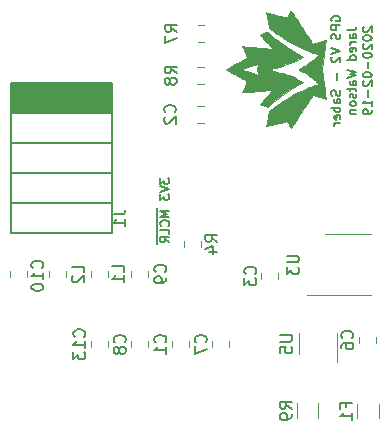
<source format=gbr>
G04 #@! TF.GenerationSoftware,KiCad,Pcbnew,(5.1.4)-1*
G04 #@! TF.CreationDate,2020-02-21T22:56:02-05:00*
G04 #@! TF.ProjectId,gps_2,6770735f-322e-46b6-9963-61645f706362,rev?*
G04 #@! TF.SameCoordinates,Original*
G04 #@! TF.FileFunction,Legend,Bot*
G04 #@! TF.FilePolarity,Positive*
%FSLAX46Y46*%
G04 Gerber Fmt 4.6, Leading zero omitted, Abs format (unit mm)*
G04 Created by KiCad (PCBNEW (5.1.4)-1) date 2020-02-21 22:56:02*
%MOMM*%
%LPD*%
G04 APERTURE LIST*
%ADD10C,0.190500*%
%ADD11C,0.127000*%
%ADD12C,0.010000*%
%ADD13C,0.150000*%
%ADD14C,0.120000*%
G04 APERTURE END LIST*
D10*
X94348300Y-35737800D02*
X94312014Y-35665228D01*
X94312014Y-35556371D01*
X94348300Y-35447514D01*
X94420871Y-35374942D01*
X94493442Y-35338657D01*
X94638585Y-35302371D01*
X94747442Y-35302371D01*
X94892585Y-35338657D01*
X94965157Y-35374942D01*
X95037728Y-35447514D01*
X95074014Y-35556371D01*
X95074014Y-35628942D01*
X95037728Y-35737800D01*
X95001442Y-35774085D01*
X94747442Y-35774085D01*
X94747442Y-35628942D01*
X95074014Y-36100657D02*
X94312014Y-36100657D01*
X94312014Y-36390942D01*
X94348300Y-36463514D01*
X94384585Y-36499800D01*
X94457157Y-36536085D01*
X94566014Y-36536085D01*
X94638585Y-36499800D01*
X94674871Y-36463514D01*
X94711157Y-36390942D01*
X94711157Y-36100657D01*
X95037728Y-36826371D02*
X95074014Y-36935228D01*
X95074014Y-37116657D01*
X95037728Y-37189228D01*
X95001442Y-37225514D01*
X94928871Y-37261800D01*
X94856300Y-37261800D01*
X94783728Y-37225514D01*
X94747442Y-37189228D01*
X94711157Y-37116657D01*
X94674871Y-36971514D01*
X94638585Y-36898942D01*
X94602300Y-36862657D01*
X94529728Y-36826371D01*
X94457157Y-36826371D01*
X94384585Y-36862657D01*
X94348300Y-36898942D01*
X94312014Y-36971514D01*
X94312014Y-37152942D01*
X94348300Y-37261800D01*
X94312014Y-38060085D02*
X95074014Y-38314085D01*
X94312014Y-38568085D01*
X94384585Y-38785800D02*
X94348300Y-38822085D01*
X94312014Y-38894657D01*
X94312014Y-39076085D01*
X94348300Y-39148657D01*
X94384585Y-39184942D01*
X94457157Y-39221228D01*
X94529728Y-39221228D01*
X94638585Y-39184942D01*
X95074014Y-38749514D01*
X95074014Y-39221228D01*
X94783728Y-40128371D02*
X94783728Y-40708942D01*
X95037728Y-41616085D02*
X95074014Y-41724942D01*
X95074014Y-41906371D01*
X95037728Y-41978942D01*
X95001442Y-42015228D01*
X94928871Y-42051514D01*
X94856300Y-42051514D01*
X94783728Y-42015228D01*
X94747442Y-41978942D01*
X94711157Y-41906371D01*
X94674871Y-41761228D01*
X94638585Y-41688657D01*
X94602300Y-41652371D01*
X94529728Y-41616085D01*
X94457157Y-41616085D01*
X94384585Y-41652371D01*
X94348300Y-41688657D01*
X94312014Y-41761228D01*
X94312014Y-41942657D01*
X94348300Y-42051514D01*
X95074014Y-42704657D02*
X94674871Y-42704657D01*
X94602300Y-42668371D01*
X94566014Y-42595800D01*
X94566014Y-42450657D01*
X94602300Y-42378085D01*
X95037728Y-42704657D02*
X95074014Y-42632085D01*
X95074014Y-42450657D01*
X95037728Y-42378085D01*
X94965157Y-42341800D01*
X94892585Y-42341800D01*
X94820014Y-42378085D01*
X94783728Y-42450657D01*
X94783728Y-42632085D01*
X94747442Y-42704657D01*
X95074014Y-43067514D02*
X94312014Y-43067514D01*
X94602300Y-43067514D02*
X94566014Y-43140085D01*
X94566014Y-43285228D01*
X94602300Y-43357800D01*
X94638585Y-43394085D01*
X94711157Y-43430371D01*
X94928871Y-43430371D01*
X95001442Y-43394085D01*
X95037728Y-43357800D01*
X95074014Y-43285228D01*
X95074014Y-43140085D01*
X95037728Y-43067514D01*
X95037728Y-44047228D02*
X95074014Y-43974657D01*
X95074014Y-43829514D01*
X95037728Y-43756942D01*
X94965157Y-43720657D01*
X94674871Y-43720657D01*
X94602300Y-43756942D01*
X94566014Y-43829514D01*
X94566014Y-43974657D01*
X94602300Y-44047228D01*
X94674871Y-44083514D01*
X94747442Y-44083514D01*
X94820014Y-43720657D01*
X95074014Y-44410085D02*
X94566014Y-44410085D01*
X94711157Y-44410085D02*
X94638585Y-44446371D01*
X94602300Y-44482657D01*
X94566014Y-44555228D01*
X94566014Y-44627800D01*
X95645514Y-36499800D02*
X96189800Y-36499800D01*
X96298657Y-36463514D01*
X96371228Y-36390942D01*
X96407514Y-36282085D01*
X96407514Y-36209514D01*
X96407514Y-37189228D02*
X96008371Y-37189228D01*
X95935800Y-37152942D01*
X95899514Y-37080371D01*
X95899514Y-36935228D01*
X95935800Y-36862657D01*
X96371228Y-37189228D02*
X96407514Y-37116657D01*
X96407514Y-36935228D01*
X96371228Y-36862657D01*
X96298657Y-36826371D01*
X96226085Y-36826371D01*
X96153514Y-36862657D01*
X96117228Y-36935228D01*
X96117228Y-37116657D01*
X96080942Y-37189228D01*
X96407514Y-37552085D02*
X95899514Y-37552085D01*
X96044657Y-37552085D02*
X95972085Y-37588371D01*
X95935800Y-37624657D01*
X95899514Y-37697228D01*
X95899514Y-37769799D01*
X96371228Y-38314085D02*
X96407514Y-38241514D01*
X96407514Y-38096371D01*
X96371228Y-38023799D01*
X96298657Y-37987514D01*
X96008371Y-37987514D01*
X95935800Y-38023799D01*
X95899514Y-38096371D01*
X95899514Y-38241514D01*
X95935800Y-38314085D01*
X96008371Y-38350371D01*
X96080942Y-38350371D01*
X96153514Y-37987514D01*
X96407514Y-39003514D02*
X95645514Y-39003514D01*
X96371228Y-39003514D02*
X96407514Y-38930942D01*
X96407514Y-38785799D01*
X96371228Y-38713228D01*
X96334942Y-38676942D01*
X96262371Y-38640657D01*
X96044657Y-38640657D01*
X95972085Y-38676942D01*
X95935800Y-38713228D01*
X95899514Y-38785799D01*
X95899514Y-38930942D01*
X95935800Y-39003514D01*
X95645514Y-39874371D02*
X96407514Y-40055799D01*
X95863228Y-40200942D01*
X96407514Y-40346085D01*
X95645514Y-40527514D01*
X96407514Y-41144371D02*
X96008371Y-41144371D01*
X95935800Y-41108085D01*
X95899514Y-41035514D01*
X95899514Y-40890371D01*
X95935800Y-40817799D01*
X96371228Y-41144371D02*
X96407514Y-41071799D01*
X96407514Y-40890371D01*
X96371228Y-40817799D01*
X96298657Y-40781514D01*
X96226085Y-40781514D01*
X96153514Y-40817799D01*
X96117228Y-40890371D01*
X96117228Y-41071799D01*
X96080942Y-41144371D01*
X95899514Y-41398371D02*
X95899514Y-41688657D01*
X95645514Y-41507228D02*
X96298657Y-41507228D01*
X96371228Y-41543514D01*
X96407514Y-41616085D01*
X96407514Y-41688657D01*
X96371228Y-41906371D02*
X96407514Y-41978942D01*
X96407514Y-42124085D01*
X96371228Y-42196657D01*
X96298657Y-42232942D01*
X96262371Y-42232942D01*
X96189800Y-42196657D01*
X96153514Y-42124085D01*
X96153514Y-42015228D01*
X96117228Y-41942657D01*
X96044657Y-41906371D01*
X96008371Y-41906371D01*
X95935800Y-41942657D01*
X95899514Y-42015228D01*
X95899514Y-42124085D01*
X95935800Y-42196657D01*
X96407514Y-42668371D02*
X96371228Y-42595799D01*
X96334942Y-42559514D01*
X96262371Y-42523228D01*
X96044657Y-42523228D01*
X95972085Y-42559514D01*
X95935800Y-42595799D01*
X95899514Y-42668371D01*
X95899514Y-42777228D01*
X95935800Y-42849799D01*
X95972085Y-42886085D01*
X96044657Y-42922371D01*
X96262371Y-42922371D01*
X96334942Y-42886085D01*
X96371228Y-42849799D01*
X96407514Y-42777228D01*
X96407514Y-42668371D01*
X95899514Y-43248942D02*
X96407514Y-43248942D01*
X95972085Y-43248942D02*
X95935800Y-43285228D01*
X95899514Y-43357799D01*
X95899514Y-43466657D01*
X95935800Y-43539228D01*
X96008371Y-43575514D01*
X96407514Y-43575514D01*
X97051585Y-36227657D02*
X97015300Y-36263942D01*
X96979014Y-36336514D01*
X96979014Y-36517942D01*
X97015300Y-36590514D01*
X97051585Y-36626800D01*
X97124157Y-36663085D01*
X97196728Y-36663085D01*
X97305585Y-36626800D01*
X97741014Y-36191371D01*
X97741014Y-36663085D01*
X96979014Y-37134800D02*
X96979014Y-37207371D01*
X97015300Y-37279942D01*
X97051585Y-37316228D01*
X97124157Y-37352514D01*
X97269300Y-37388800D01*
X97450728Y-37388800D01*
X97595871Y-37352514D01*
X97668442Y-37316228D01*
X97704728Y-37279942D01*
X97741014Y-37207371D01*
X97741014Y-37134800D01*
X97704728Y-37062228D01*
X97668442Y-37025942D01*
X97595871Y-36989657D01*
X97450728Y-36953371D01*
X97269300Y-36953371D01*
X97124157Y-36989657D01*
X97051585Y-37025942D01*
X97015300Y-37062228D01*
X96979014Y-37134800D01*
X97051585Y-37679085D02*
X97015300Y-37715371D01*
X96979014Y-37787942D01*
X96979014Y-37969371D01*
X97015300Y-38041942D01*
X97051585Y-38078228D01*
X97124157Y-38114514D01*
X97196728Y-38114514D01*
X97305585Y-38078228D01*
X97741014Y-37642800D01*
X97741014Y-38114514D01*
X96979014Y-38586228D02*
X96979014Y-38658800D01*
X97015300Y-38731371D01*
X97051585Y-38767657D01*
X97124157Y-38803942D01*
X97269300Y-38840228D01*
X97450728Y-38840228D01*
X97595871Y-38803942D01*
X97668442Y-38767657D01*
X97704728Y-38731371D01*
X97741014Y-38658800D01*
X97741014Y-38586228D01*
X97704728Y-38513657D01*
X97668442Y-38477371D01*
X97595871Y-38441085D01*
X97450728Y-38404800D01*
X97269300Y-38404800D01*
X97124157Y-38441085D01*
X97051585Y-38477371D01*
X97015300Y-38513657D01*
X96979014Y-38586228D01*
X97450728Y-39166800D02*
X97450728Y-39747371D01*
X96979014Y-40255371D02*
X96979014Y-40327942D01*
X97015300Y-40400514D01*
X97051585Y-40436800D01*
X97124157Y-40473085D01*
X97269300Y-40509371D01*
X97450728Y-40509371D01*
X97595871Y-40473085D01*
X97668442Y-40436800D01*
X97704728Y-40400514D01*
X97741014Y-40327942D01*
X97741014Y-40255371D01*
X97704728Y-40182800D01*
X97668442Y-40146514D01*
X97595871Y-40110228D01*
X97450728Y-40073942D01*
X97269300Y-40073942D01*
X97124157Y-40110228D01*
X97051585Y-40146514D01*
X97015300Y-40182800D01*
X96979014Y-40255371D01*
X97051585Y-40799657D02*
X97015300Y-40835942D01*
X96979014Y-40908514D01*
X96979014Y-41089942D01*
X97015300Y-41162514D01*
X97051585Y-41198800D01*
X97124157Y-41235085D01*
X97196728Y-41235085D01*
X97305585Y-41198800D01*
X97741014Y-40763371D01*
X97741014Y-41235085D01*
X97450728Y-41561657D02*
X97450728Y-42142228D01*
X97741014Y-42904228D02*
X97741014Y-42468800D01*
X97741014Y-42686514D02*
X96979014Y-42686514D01*
X97087871Y-42613942D01*
X97160442Y-42541371D01*
X97196728Y-42468800D01*
X97741014Y-43267085D02*
X97741014Y-43412228D01*
X97704728Y-43484800D01*
X97668442Y-43521085D01*
X97559585Y-43593657D01*
X97414442Y-43629942D01*
X97124157Y-43629942D01*
X97051585Y-43593657D01*
X97015300Y-43557371D01*
X96979014Y-43484800D01*
X96979014Y-43339657D01*
X97015300Y-43267085D01*
X97051585Y-43230800D01*
X97124157Y-43194514D01*
X97305585Y-43194514D01*
X97378157Y-43230800D01*
X97414442Y-43267085D01*
X97450728Y-43339657D01*
X97450728Y-43484800D01*
X97414442Y-43557371D01*
X97378157Y-43593657D01*
X97305585Y-43629942D01*
D11*
X79821314Y-49025628D02*
X79821314Y-49497342D01*
X80111600Y-49243342D01*
X80111600Y-49352200D01*
X80147885Y-49424771D01*
X80184171Y-49461057D01*
X80256742Y-49497342D01*
X80438171Y-49497342D01*
X80510742Y-49461057D01*
X80547028Y-49424771D01*
X80583314Y-49352200D01*
X80583314Y-49134485D01*
X80547028Y-49061914D01*
X80510742Y-49025628D01*
X79821314Y-49715057D02*
X80583314Y-49969057D01*
X79821314Y-50223057D01*
X79821314Y-50404485D02*
X79821314Y-50876200D01*
X80111600Y-50622200D01*
X80111600Y-50731057D01*
X80147885Y-50803628D01*
X80184171Y-50839914D01*
X80256742Y-50876200D01*
X80438171Y-50876200D01*
X80510742Y-50839914D01*
X80547028Y-50803628D01*
X80583314Y-50731057D01*
X80583314Y-50513342D01*
X80547028Y-50440771D01*
X80510742Y-50404485D01*
X79524860Y-51601914D02*
X79524860Y-52472771D01*
X80583314Y-51783342D02*
X79821314Y-51783342D01*
X80365600Y-52037342D01*
X79821314Y-52291342D01*
X80583314Y-52291342D01*
X79524860Y-52472771D02*
X79524860Y-53234771D01*
X80510742Y-53089628D02*
X80547028Y-53053342D01*
X80583314Y-52944485D01*
X80583314Y-52871914D01*
X80547028Y-52763057D01*
X80474457Y-52690485D01*
X80401885Y-52654200D01*
X80256742Y-52617914D01*
X80147885Y-52617914D01*
X80002742Y-52654200D01*
X79930171Y-52690485D01*
X79857600Y-52763057D01*
X79821314Y-52871914D01*
X79821314Y-52944485D01*
X79857600Y-53053342D01*
X79893885Y-53089628D01*
X79524860Y-53234771D02*
X79524860Y-53851628D01*
X80583314Y-53779057D02*
X80583314Y-53416200D01*
X79821314Y-53416200D01*
X79524860Y-53851628D02*
X79524860Y-54613628D01*
X80583314Y-54468485D02*
X80220457Y-54214485D01*
X80583314Y-54033057D02*
X79821314Y-54033057D01*
X79821314Y-54323342D01*
X79857600Y-54395914D01*
X79893885Y-54432200D01*
X79966457Y-54468485D01*
X80075314Y-54468485D01*
X80147885Y-54432200D01*
X80184171Y-54395914D01*
X80220457Y-54323342D01*
X80220457Y-54033057D01*
D12*
G36*
X85407010Y-39843028D02*
G01*
X85441338Y-39864231D01*
X85496188Y-39896666D01*
X85569630Y-39939234D01*
X85659737Y-39990834D01*
X85764580Y-40050366D01*
X85882229Y-40116730D01*
X86010756Y-40188826D01*
X86148233Y-40265552D01*
X86267987Y-40332094D01*
X86411933Y-40411938D01*
X86548989Y-40487995D01*
X86677176Y-40559165D01*
X86794511Y-40624347D01*
X86899016Y-40682438D01*
X86988709Y-40732338D01*
X87061610Y-40772945D01*
X87115739Y-40803159D01*
X87149116Y-40821878D01*
X87159594Y-40827867D01*
X87162401Y-40836314D01*
X87159100Y-40856019D01*
X87148902Y-40889026D01*
X87131017Y-40937380D01*
X87104656Y-41003123D01*
X87069031Y-41088302D01*
X87023352Y-41194960D01*
X86973970Y-41308765D01*
X86927719Y-41415658D01*
X86885596Y-41514465D01*
X86848780Y-41602309D01*
X86818450Y-41676313D01*
X86795785Y-41733598D01*
X86781963Y-41771286D01*
X86778164Y-41786501D01*
X86778234Y-41786599D01*
X86793046Y-41786560D01*
X86833616Y-41783990D01*
X86897998Y-41779059D01*
X86984244Y-41771942D01*
X87090409Y-41762810D01*
X87214546Y-41751835D01*
X87354709Y-41739190D01*
X87508951Y-41725048D01*
X87675327Y-41709580D01*
X87851890Y-41692960D01*
X88036693Y-41675359D01*
X88067426Y-41672412D01*
X88253315Y-41654641D01*
X88431227Y-41637764D01*
X88599220Y-41621958D01*
X88755354Y-41607398D01*
X88897688Y-41594263D01*
X89024282Y-41582728D01*
X89133195Y-41572969D01*
X89222485Y-41565165D01*
X89290213Y-41559491D01*
X89334438Y-41556123D01*
X89353219Y-41555240D01*
X89353738Y-41555345D01*
X89345821Y-41566503D01*
X89320973Y-41596575D01*
X89280805Y-41643713D01*
X89226926Y-41706067D01*
X89160945Y-41781791D01*
X89084472Y-41869035D01*
X88999118Y-41965951D01*
X88906491Y-42070690D01*
X88824279Y-42163322D01*
X88726587Y-42273416D01*
X88634646Y-42377399D01*
X88550090Y-42473400D01*
X88474552Y-42559548D01*
X88409665Y-42633969D01*
X88357061Y-42694794D01*
X88318374Y-42740149D01*
X88295235Y-42768164D01*
X88289009Y-42776906D01*
X88292125Y-42781155D01*
X88303016Y-42787684D01*
X88323995Y-42797398D01*
X88357377Y-42811202D01*
X88405476Y-42830001D01*
X88470604Y-42854701D01*
X88555077Y-42886206D01*
X88661207Y-42925422D01*
X88784366Y-42970706D01*
X88896984Y-43012053D01*
X89033804Y-42893452D01*
X89214811Y-42740432D01*
X89412990Y-42579933D01*
X89625120Y-42414207D01*
X89847982Y-42245506D01*
X90078356Y-42076079D01*
X90313021Y-41908179D01*
X90548758Y-41744057D01*
X90782346Y-41585964D01*
X91010566Y-41436152D01*
X91230197Y-41296872D01*
X91438019Y-41170374D01*
X91630813Y-41058911D01*
X91754073Y-40991584D01*
X91896445Y-40916001D01*
X91829715Y-40870089D01*
X91692990Y-40782567D01*
X91533644Y-40691877D01*
X91356374Y-40600199D01*
X91165874Y-40509714D01*
X90966842Y-40422604D01*
X90763974Y-40341049D01*
X90561965Y-40267231D01*
X90453228Y-40230815D01*
X90239160Y-40165149D01*
X90003994Y-40099422D01*
X89754411Y-40035289D01*
X89497096Y-39974409D01*
X89238731Y-39918437D01*
X89017594Y-39874892D01*
X88806727Y-39835458D01*
X89163731Y-39763807D01*
X89535504Y-39684626D01*
X89881780Y-39601214D01*
X90204676Y-39512820D01*
X90506312Y-39418694D01*
X90788806Y-39318085D01*
X91054277Y-39210243D01*
X91304844Y-39094418D01*
X91542627Y-38969860D01*
X91750577Y-38847737D01*
X91803408Y-38814487D01*
X91846911Y-38786063D01*
X91875911Y-38765914D01*
X91885178Y-38758092D01*
X91876478Y-38747761D01*
X91847879Y-38728531D01*
X91804518Y-38703673D01*
X91776897Y-38689125D01*
X91626168Y-38608230D01*
X91457322Y-38510982D01*
X91273190Y-38399358D01*
X91076603Y-38275332D01*
X90870394Y-38140881D01*
X90657393Y-37997981D01*
X90440432Y-37848608D01*
X90222344Y-37694738D01*
X90005958Y-37538347D01*
X89794108Y-37381411D01*
X89589625Y-37225906D01*
X89395339Y-37073808D01*
X89214084Y-36927093D01*
X89048689Y-36787737D01*
X89033804Y-36774866D01*
X88896984Y-36656265D01*
X88784366Y-36697612D01*
X88655471Y-36745008D01*
X88550436Y-36783831D01*
X88466948Y-36814983D01*
X88402695Y-36839369D01*
X88355364Y-36857893D01*
X88322643Y-36871459D01*
X88302220Y-36880971D01*
X88291782Y-36887333D01*
X88289009Y-36891264D01*
X88298001Y-36903444D01*
X88323889Y-36934527D01*
X88365041Y-36982639D01*
X88419826Y-37045910D01*
X88486611Y-37122467D01*
X88563765Y-37210439D01*
X88649655Y-37307955D01*
X88742651Y-37413142D01*
X88824124Y-37505002D01*
X88921581Y-37614927D01*
X89013124Y-37718573D01*
X89097145Y-37814092D01*
X89172035Y-37899636D01*
X89236183Y-37973356D01*
X89287980Y-38033404D01*
X89325818Y-38077932D01*
X89348087Y-38105090D01*
X89353583Y-38113128D01*
X89339218Y-38112649D01*
X89299087Y-38109659D01*
X89235132Y-38104333D01*
X89149293Y-38096850D01*
X89043509Y-38087386D01*
X88919722Y-38076117D01*
X88779872Y-38063221D01*
X88625899Y-38048875D01*
X88459743Y-38033254D01*
X88283346Y-38016537D01*
X88260717Y-38014377D01*
X88260717Y-39328439D01*
X88262202Y-39333525D01*
X88247140Y-39353976D01*
X88218727Y-39385535D01*
X88214811Y-39389619D01*
X88173826Y-39438855D01*
X88131815Y-39500036D01*
X88100057Y-39555803D01*
X88052887Y-39680024D01*
X88032748Y-39806122D01*
X88039220Y-39931346D01*
X88071885Y-40052943D01*
X88130325Y-40168161D01*
X88208306Y-40268104D01*
X88240038Y-40303723D01*
X88259448Y-40329007D01*
X88263447Y-40339783D01*
X88261173Y-40339561D01*
X88244434Y-40334193D01*
X88203502Y-40321293D01*
X88140762Y-40301607D01*
X88058596Y-40275881D01*
X87959391Y-40244859D01*
X87845528Y-40209288D01*
X87719393Y-40169913D01*
X87583369Y-40127480D01*
X87446981Y-40084959D01*
X87304400Y-40040494D01*
X87169942Y-39998515D01*
X87045922Y-39959746D01*
X86934656Y-39924913D01*
X86838456Y-39894742D01*
X86759638Y-39869960D01*
X86700516Y-39851291D01*
X86663405Y-39839462D01*
X86650624Y-39835208D01*
X86662975Y-39830739D01*
X86699620Y-39818730D01*
X86758272Y-39799903D01*
X86836644Y-39774982D01*
X86932448Y-39744689D01*
X87043399Y-39709748D01*
X87167209Y-39670882D01*
X87301591Y-39628814D01*
X87443939Y-39584366D01*
X87587417Y-39539602D01*
X87723264Y-39497181D01*
X87849101Y-39457847D01*
X87962553Y-39422346D01*
X88061242Y-39391423D01*
X88142790Y-39365822D01*
X88204821Y-39346287D01*
X88244957Y-39333565D01*
X88260717Y-39328439D01*
X88260717Y-38014377D01*
X88098647Y-37998900D01*
X88067426Y-37995906D01*
X87881462Y-37978163D01*
X87703420Y-37961375D01*
X87535245Y-37945714D01*
X87378885Y-37931352D01*
X87236286Y-37918462D01*
X87109395Y-37907216D01*
X87000158Y-37897786D01*
X86910522Y-37890344D01*
X86842433Y-37885062D01*
X86797839Y-37882113D01*
X86778684Y-37881669D01*
X86778107Y-37881846D01*
X86781456Y-37896171D01*
X86794863Y-37933075D01*
X86817148Y-37989672D01*
X86847132Y-38063075D01*
X86883635Y-38150397D01*
X86925477Y-38248750D01*
X86971478Y-38355248D01*
X86972436Y-38357449D01*
X87018740Y-38463971D01*
X87061338Y-38562211D01*
X87098997Y-38649305D01*
X87130484Y-38722392D01*
X87154566Y-38778610D01*
X87170009Y-38815097D01*
X87175582Y-38828990D01*
X87175584Y-38829018D01*
X87163721Y-38836369D01*
X87129406Y-38856119D01*
X87074544Y-38887204D01*
X87001043Y-38928554D01*
X86910812Y-38979104D01*
X86805757Y-39037786D01*
X86687786Y-39103533D01*
X86558807Y-39175279D01*
X86420726Y-39251955D01*
X86285332Y-39327022D01*
X86140412Y-39407497D01*
X86002822Y-39484263D01*
X85874471Y-39556232D01*
X85757272Y-39622316D01*
X85653133Y-39681426D01*
X85563964Y-39732475D01*
X85491676Y-39774374D01*
X85438178Y-39806035D01*
X85405382Y-39826369D01*
X85395133Y-39834159D01*
X85407010Y-39843028D01*
X85407010Y-39843028D01*
G37*
X85407010Y-39843028D02*
X85441338Y-39864231D01*
X85496188Y-39896666D01*
X85569630Y-39939234D01*
X85659737Y-39990834D01*
X85764580Y-40050366D01*
X85882229Y-40116730D01*
X86010756Y-40188826D01*
X86148233Y-40265552D01*
X86267987Y-40332094D01*
X86411933Y-40411938D01*
X86548989Y-40487995D01*
X86677176Y-40559165D01*
X86794511Y-40624347D01*
X86899016Y-40682438D01*
X86988709Y-40732338D01*
X87061610Y-40772945D01*
X87115739Y-40803159D01*
X87149116Y-40821878D01*
X87159594Y-40827867D01*
X87162401Y-40836314D01*
X87159100Y-40856019D01*
X87148902Y-40889026D01*
X87131017Y-40937380D01*
X87104656Y-41003123D01*
X87069031Y-41088302D01*
X87023352Y-41194960D01*
X86973970Y-41308765D01*
X86927719Y-41415658D01*
X86885596Y-41514465D01*
X86848780Y-41602309D01*
X86818450Y-41676313D01*
X86795785Y-41733598D01*
X86781963Y-41771286D01*
X86778164Y-41786501D01*
X86778234Y-41786599D01*
X86793046Y-41786560D01*
X86833616Y-41783990D01*
X86897998Y-41779059D01*
X86984244Y-41771942D01*
X87090409Y-41762810D01*
X87214546Y-41751835D01*
X87354709Y-41739190D01*
X87508951Y-41725048D01*
X87675327Y-41709580D01*
X87851890Y-41692960D01*
X88036693Y-41675359D01*
X88067426Y-41672412D01*
X88253315Y-41654641D01*
X88431227Y-41637764D01*
X88599220Y-41621958D01*
X88755354Y-41607398D01*
X88897688Y-41594263D01*
X89024282Y-41582728D01*
X89133195Y-41572969D01*
X89222485Y-41565165D01*
X89290213Y-41559491D01*
X89334438Y-41556123D01*
X89353219Y-41555240D01*
X89353738Y-41555345D01*
X89345821Y-41566503D01*
X89320973Y-41596575D01*
X89280805Y-41643713D01*
X89226926Y-41706067D01*
X89160945Y-41781791D01*
X89084472Y-41869035D01*
X88999118Y-41965951D01*
X88906491Y-42070690D01*
X88824279Y-42163322D01*
X88726587Y-42273416D01*
X88634646Y-42377399D01*
X88550090Y-42473400D01*
X88474552Y-42559548D01*
X88409665Y-42633969D01*
X88357061Y-42694794D01*
X88318374Y-42740149D01*
X88295235Y-42768164D01*
X88289009Y-42776906D01*
X88292125Y-42781155D01*
X88303016Y-42787684D01*
X88323995Y-42797398D01*
X88357377Y-42811202D01*
X88405476Y-42830001D01*
X88470604Y-42854701D01*
X88555077Y-42886206D01*
X88661207Y-42925422D01*
X88784366Y-42970706D01*
X88896984Y-43012053D01*
X89033804Y-42893452D01*
X89214811Y-42740432D01*
X89412990Y-42579933D01*
X89625120Y-42414207D01*
X89847982Y-42245506D01*
X90078356Y-42076079D01*
X90313021Y-41908179D01*
X90548758Y-41744057D01*
X90782346Y-41585964D01*
X91010566Y-41436152D01*
X91230197Y-41296872D01*
X91438019Y-41170374D01*
X91630813Y-41058911D01*
X91754073Y-40991584D01*
X91896445Y-40916001D01*
X91829715Y-40870089D01*
X91692990Y-40782567D01*
X91533644Y-40691877D01*
X91356374Y-40600199D01*
X91165874Y-40509714D01*
X90966842Y-40422604D01*
X90763974Y-40341049D01*
X90561965Y-40267231D01*
X90453228Y-40230815D01*
X90239160Y-40165149D01*
X90003994Y-40099422D01*
X89754411Y-40035289D01*
X89497096Y-39974409D01*
X89238731Y-39918437D01*
X89017594Y-39874892D01*
X88806727Y-39835458D01*
X89163731Y-39763807D01*
X89535504Y-39684626D01*
X89881780Y-39601214D01*
X90204676Y-39512820D01*
X90506312Y-39418694D01*
X90788806Y-39318085D01*
X91054277Y-39210243D01*
X91304844Y-39094418D01*
X91542627Y-38969860D01*
X91750577Y-38847737D01*
X91803408Y-38814487D01*
X91846911Y-38786063D01*
X91875911Y-38765914D01*
X91885178Y-38758092D01*
X91876478Y-38747761D01*
X91847879Y-38728531D01*
X91804518Y-38703673D01*
X91776897Y-38689125D01*
X91626168Y-38608230D01*
X91457322Y-38510982D01*
X91273190Y-38399358D01*
X91076603Y-38275332D01*
X90870394Y-38140881D01*
X90657393Y-37997981D01*
X90440432Y-37848608D01*
X90222344Y-37694738D01*
X90005958Y-37538347D01*
X89794108Y-37381411D01*
X89589625Y-37225906D01*
X89395339Y-37073808D01*
X89214084Y-36927093D01*
X89048689Y-36787737D01*
X89033804Y-36774866D01*
X88896984Y-36656265D01*
X88784366Y-36697612D01*
X88655471Y-36745008D01*
X88550436Y-36783831D01*
X88466948Y-36814983D01*
X88402695Y-36839369D01*
X88355364Y-36857893D01*
X88322643Y-36871459D01*
X88302220Y-36880971D01*
X88291782Y-36887333D01*
X88289009Y-36891264D01*
X88298001Y-36903444D01*
X88323889Y-36934527D01*
X88365041Y-36982639D01*
X88419826Y-37045910D01*
X88486611Y-37122467D01*
X88563765Y-37210439D01*
X88649655Y-37307955D01*
X88742651Y-37413142D01*
X88824124Y-37505002D01*
X88921581Y-37614927D01*
X89013124Y-37718573D01*
X89097145Y-37814092D01*
X89172035Y-37899636D01*
X89236183Y-37973356D01*
X89287980Y-38033404D01*
X89325818Y-38077932D01*
X89348087Y-38105090D01*
X89353583Y-38113128D01*
X89339218Y-38112649D01*
X89299087Y-38109659D01*
X89235132Y-38104333D01*
X89149293Y-38096850D01*
X89043509Y-38087386D01*
X88919722Y-38076117D01*
X88779872Y-38063221D01*
X88625899Y-38048875D01*
X88459743Y-38033254D01*
X88283346Y-38016537D01*
X88260717Y-38014377D01*
X88260717Y-39328439D01*
X88262202Y-39333525D01*
X88247140Y-39353976D01*
X88218727Y-39385535D01*
X88214811Y-39389619D01*
X88173826Y-39438855D01*
X88131815Y-39500036D01*
X88100057Y-39555803D01*
X88052887Y-39680024D01*
X88032748Y-39806122D01*
X88039220Y-39931346D01*
X88071885Y-40052943D01*
X88130325Y-40168161D01*
X88208306Y-40268104D01*
X88240038Y-40303723D01*
X88259448Y-40329007D01*
X88263447Y-40339783D01*
X88261173Y-40339561D01*
X88244434Y-40334193D01*
X88203502Y-40321293D01*
X88140762Y-40301607D01*
X88058596Y-40275881D01*
X87959391Y-40244859D01*
X87845528Y-40209288D01*
X87719393Y-40169913D01*
X87583369Y-40127480D01*
X87446981Y-40084959D01*
X87304400Y-40040494D01*
X87169942Y-39998515D01*
X87045922Y-39959746D01*
X86934656Y-39924913D01*
X86838456Y-39894742D01*
X86759638Y-39869960D01*
X86700516Y-39851291D01*
X86663405Y-39839462D01*
X86650624Y-39835208D01*
X86662975Y-39830739D01*
X86699620Y-39818730D01*
X86758272Y-39799903D01*
X86836644Y-39774982D01*
X86932448Y-39744689D01*
X87043399Y-39709748D01*
X87167209Y-39670882D01*
X87301591Y-39628814D01*
X87443939Y-39584366D01*
X87587417Y-39539602D01*
X87723264Y-39497181D01*
X87849101Y-39457847D01*
X87962553Y-39422346D01*
X88061242Y-39391423D01*
X88142790Y-39365822D01*
X88204821Y-39346287D01*
X88244957Y-39333565D01*
X88260717Y-39328439D01*
X88260717Y-38014377D01*
X88098647Y-37998900D01*
X88067426Y-37995906D01*
X87881462Y-37978163D01*
X87703420Y-37961375D01*
X87535245Y-37945714D01*
X87378885Y-37931352D01*
X87236286Y-37918462D01*
X87109395Y-37907216D01*
X87000158Y-37897786D01*
X86910522Y-37890344D01*
X86842433Y-37885062D01*
X86797839Y-37882113D01*
X86778684Y-37881669D01*
X86778107Y-37881846D01*
X86781456Y-37896171D01*
X86794863Y-37933075D01*
X86817148Y-37989672D01*
X86847132Y-38063075D01*
X86883635Y-38150397D01*
X86925477Y-38248750D01*
X86971478Y-38355248D01*
X86972436Y-38357449D01*
X87018740Y-38463971D01*
X87061338Y-38562211D01*
X87098997Y-38649305D01*
X87130484Y-38722392D01*
X87154566Y-38778610D01*
X87170009Y-38815097D01*
X87175582Y-38828990D01*
X87175584Y-38829018D01*
X87163721Y-38836369D01*
X87129406Y-38856119D01*
X87074544Y-38887204D01*
X87001043Y-38928554D01*
X86910812Y-38979104D01*
X86805757Y-39037786D01*
X86687786Y-39103533D01*
X86558807Y-39175279D01*
X86420726Y-39251955D01*
X86285332Y-39327022D01*
X86140412Y-39407497D01*
X86002822Y-39484263D01*
X85874471Y-39556232D01*
X85757272Y-39622316D01*
X85653133Y-39681426D01*
X85563964Y-39732475D01*
X85491676Y-39774374D01*
X85438178Y-39806035D01*
X85405382Y-39826369D01*
X85395133Y-39834159D01*
X85407010Y-39843028D01*
G36*
X88799139Y-35028593D02*
G01*
X88805999Y-35067266D01*
X88817260Y-35127904D01*
X88832410Y-35207838D01*
X88850942Y-35304398D01*
X88872344Y-35414917D01*
X88896109Y-35536724D01*
X88921726Y-35667151D01*
X88922167Y-35669388D01*
X88954147Y-35830554D01*
X88981563Y-35966150D01*
X89004830Y-36077992D01*
X89024359Y-36167895D01*
X89040565Y-36237678D01*
X89053860Y-36289156D01*
X89064657Y-36324147D01*
X89073369Y-36344465D01*
X89076808Y-36349404D01*
X89103653Y-36374347D01*
X89150511Y-36412652D01*
X89214332Y-36462093D01*
X89292066Y-36520447D01*
X89380663Y-36585488D01*
X89477074Y-36654992D01*
X89578248Y-36726733D01*
X89681137Y-36798488D01*
X89782690Y-36868030D01*
X89847667Y-36911746D01*
X90165868Y-37118283D01*
X90494752Y-37320637D01*
X90830058Y-37516508D01*
X91167525Y-37703597D01*
X91502894Y-37879603D01*
X91831903Y-38042226D01*
X92150292Y-38189168D01*
X92450433Y-38316763D01*
X92532460Y-38348932D01*
X92626075Y-38383899D01*
X92726436Y-38420021D01*
X92828698Y-38455660D01*
X92928017Y-38489173D01*
X93019552Y-38518920D01*
X93098458Y-38543260D01*
X93159891Y-38560552D01*
X93191944Y-38567977D01*
X93225230Y-38576493D01*
X93242889Y-38585440D01*
X93243748Y-38587353D01*
X93233668Y-38600708D01*
X93205484Y-38629344D01*
X93162281Y-38670491D01*
X93107146Y-38721376D01*
X93043162Y-38779231D01*
X92973416Y-38841284D01*
X92900993Y-38904764D01*
X92828978Y-38966902D01*
X92760456Y-39024927D01*
X92709279Y-39067298D01*
X92545480Y-39197062D01*
X92383445Y-39316559D01*
X92216824Y-39430034D01*
X92039269Y-39541735D01*
X91844429Y-39655907D01*
X91750142Y-39708823D01*
X91680713Y-39748226D01*
X91621532Y-39783531D01*
X91576210Y-39812440D01*
X91548358Y-39832655D01*
X91541375Y-39841718D01*
X91557492Y-39852252D01*
X91592895Y-39872885D01*
X91642312Y-39900610D01*
X91698872Y-39931556D01*
X91970632Y-40085377D01*
X92220819Y-40241693D01*
X92455650Y-40404620D01*
X92681339Y-40578274D01*
X92707913Y-40599874D01*
X92771621Y-40652761D01*
X92841280Y-40711968D01*
X92913811Y-40774733D01*
X92986136Y-40838290D01*
X93055177Y-40899878D01*
X93117857Y-40956732D01*
X93171096Y-41006089D01*
X93211818Y-41045184D01*
X93236943Y-41071255D01*
X93243748Y-41080965D01*
X93231561Y-41089457D01*
X93201337Y-41098419D01*
X93191944Y-41100341D01*
X93147051Y-41111171D01*
X93081000Y-41130297D01*
X92998634Y-41156079D01*
X92904797Y-41186876D01*
X92804333Y-41221047D01*
X92702086Y-41256951D01*
X92602897Y-41292946D01*
X92511612Y-41327393D01*
X92450433Y-41351555D01*
X92152602Y-41478184D01*
X91839721Y-41622517D01*
X91516083Y-41782235D01*
X91185979Y-41955023D01*
X90853701Y-42138565D01*
X90523542Y-42330544D01*
X90199792Y-42528644D01*
X89886743Y-42730549D01*
X89849701Y-42755190D01*
X89750844Y-42821955D01*
X89648588Y-42892422D01*
X89545978Y-42964369D01*
X89446059Y-43035576D01*
X89351878Y-43103824D01*
X89266478Y-43166890D01*
X89192907Y-43222556D01*
X89134208Y-43268600D01*
X89093428Y-43302803D01*
X89077358Y-43318306D01*
X89069421Y-43333012D01*
X89059332Y-43362781D01*
X89046704Y-43409313D01*
X89031153Y-43474303D01*
X89012294Y-43559448D01*
X88989741Y-43666447D01*
X88963109Y-43796995D01*
X88932013Y-43952790D01*
X88923016Y-43998322D01*
X88897327Y-44128932D01*
X88873473Y-44250967D01*
X88851963Y-44361762D01*
X88833310Y-44458647D01*
X88818024Y-44538955D01*
X88806615Y-44600018D01*
X88799595Y-44639170D01*
X88797474Y-44653741D01*
X88797486Y-44653763D01*
X88810886Y-44650941D01*
X88848491Y-44641914D01*
X88907542Y-44627383D01*
X88985277Y-44608047D01*
X89078938Y-44584607D01*
X89185763Y-44557764D01*
X89302994Y-44528217D01*
X89427868Y-44496666D01*
X89557627Y-44463813D01*
X89689510Y-44430357D01*
X89820757Y-44396998D01*
X89948607Y-44364437D01*
X90070302Y-44333374D01*
X90183080Y-44304510D01*
X90284181Y-44278544D01*
X90370845Y-44256176D01*
X90440313Y-44238108D01*
X90489823Y-44225039D01*
X90516616Y-44217669D01*
X90517681Y-44217351D01*
X90528282Y-44220730D01*
X90544395Y-44237335D01*
X90567432Y-44269317D01*
X90598807Y-44318830D01*
X90639932Y-44388026D01*
X90692221Y-44479058D01*
X90709833Y-44510130D01*
X90756880Y-44592589D01*
X90799770Y-44666368D01*
X90836531Y-44728188D01*
X90865194Y-44774772D01*
X90883788Y-44802841D01*
X90889999Y-44809775D01*
X90898822Y-44798349D01*
X90921894Y-44765018D01*
X90958275Y-44711205D01*
X91007026Y-44638333D01*
X91067207Y-44547823D01*
X91137880Y-44441099D01*
X91218104Y-44319583D01*
X91306940Y-44184697D01*
X91403449Y-44037863D01*
X91506692Y-43880505D01*
X91615728Y-43714045D01*
X91729619Y-43539904D01*
X91818230Y-43404238D01*
X91935204Y-43225218D01*
X92048082Y-43052800D01*
X92155920Y-42888410D01*
X92257775Y-42733471D01*
X92352704Y-42589405D01*
X92439764Y-42457636D01*
X92518013Y-42339587D01*
X92586507Y-42236681D01*
X92644302Y-42150343D01*
X92690457Y-42081995D01*
X92724028Y-42033060D01*
X92744072Y-42004962D01*
X92749666Y-41998418D01*
X92765570Y-42002433D01*
X92805096Y-42014010D01*
X92865345Y-42032254D01*
X92943418Y-42056273D01*
X93036418Y-42085173D01*
X93141445Y-42118060D01*
X93255600Y-42154041D01*
X93296534Y-42166997D01*
X93412883Y-42203573D01*
X93520915Y-42236981D01*
X93617768Y-42266376D01*
X93700582Y-42290916D01*
X93766497Y-42309757D01*
X93812652Y-42322056D01*
X93836187Y-42326970D01*
X93838562Y-42326779D01*
X93838274Y-42311931D01*
X93834833Y-42271422D01*
X93828462Y-42207223D01*
X93819380Y-42121304D01*
X93807809Y-42015633D01*
X93793969Y-41892182D01*
X93778082Y-41752921D01*
X93760367Y-41599818D01*
X93741047Y-41434845D01*
X93720342Y-41259971D01*
X93698473Y-41077166D01*
X93698324Y-41075929D01*
X93549008Y-39834159D01*
X93695611Y-38617836D01*
X93717454Y-38436241D01*
X93738314Y-38262117D01*
X93757948Y-38097508D01*
X93776119Y-37944455D01*
X93792587Y-37805003D01*
X93807111Y-37681194D01*
X93819451Y-37575070D01*
X93829369Y-37488676D01*
X93836623Y-37424054D01*
X93840975Y-37383247D01*
X93842214Y-37368712D01*
X93838037Y-37343514D01*
X93830663Y-37335912D01*
X93815276Y-37339988D01*
X93776268Y-37351616D01*
X93716538Y-37369896D01*
X93638988Y-37393927D01*
X93546516Y-37422811D01*
X93442024Y-37455646D01*
X93328410Y-37491534D01*
X93292461Y-37502926D01*
X93176487Y-37539585D01*
X93068608Y-37573457D01*
X92971746Y-37603641D01*
X92888827Y-37629235D01*
X92822775Y-37649339D01*
X92776516Y-37663051D01*
X92752973Y-37669470D01*
X92750779Y-37669839D01*
X92741402Y-37658397D01*
X92717790Y-37625046D01*
X92680888Y-37571207D01*
X92631639Y-37498306D01*
X92570987Y-37407765D01*
X92499879Y-37301006D01*
X92419256Y-37179453D01*
X92330065Y-37044529D01*
X92233249Y-36897657D01*
X92129752Y-36740260D01*
X92020519Y-36573762D01*
X91906495Y-36399584D01*
X91817990Y-36264141D01*
X91701035Y-36085149D01*
X91588231Y-35912762D01*
X91480515Y-35748403D01*
X91378827Y-35593495D01*
X91284107Y-35449459D01*
X91197294Y-35317717D01*
X91119327Y-35199692D01*
X91051144Y-35096806D01*
X90993687Y-35010482D01*
X90947892Y-34942141D01*
X90914701Y-34893206D01*
X90895052Y-34865099D01*
X90889759Y-34858543D01*
X90880312Y-34870151D01*
X90859274Y-34902793D01*
X90828614Y-34953189D01*
X90790299Y-35018063D01*
X90746297Y-35094136D01*
X90709833Y-35158188D01*
X90654012Y-35256015D01*
X90609767Y-35331377D01*
X90575686Y-35386426D01*
X90550355Y-35423314D01*
X90532363Y-35444194D01*
X90520295Y-35451220D01*
X90517681Y-35450967D01*
X90492647Y-35444032D01*
X90444691Y-35431347D01*
X90376574Y-35413613D01*
X90291055Y-35391530D01*
X90190897Y-35365798D01*
X90078858Y-35337118D01*
X89957700Y-35306189D01*
X89830183Y-35273712D01*
X89699068Y-35240386D01*
X89567114Y-35206913D01*
X89437082Y-35173992D01*
X89311734Y-35142324D01*
X89193828Y-35112609D01*
X89086126Y-35085546D01*
X88991388Y-35061837D01*
X88912375Y-35042181D01*
X88851847Y-35027279D01*
X88812564Y-35017830D01*
X88797287Y-35014535D01*
X88797187Y-35014554D01*
X88799139Y-35028593D01*
X88799139Y-35028593D01*
G37*
X88799139Y-35028593D02*
X88805999Y-35067266D01*
X88817260Y-35127904D01*
X88832410Y-35207838D01*
X88850942Y-35304398D01*
X88872344Y-35414917D01*
X88896109Y-35536724D01*
X88921726Y-35667151D01*
X88922167Y-35669388D01*
X88954147Y-35830554D01*
X88981563Y-35966150D01*
X89004830Y-36077992D01*
X89024359Y-36167895D01*
X89040565Y-36237678D01*
X89053860Y-36289156D01*
X89064657Y-36324147D01*
X89073369Y-36344465D01*
X89076808Y-36349404D01*
X89103653Y-36374347D01*
X89150511Y-36412652D01*
X89214332Y-36462093D01*
X89292066Y-36520447D01*
X89380663Y-36585488D01*
X89477074Y-36654992D01*
X89578248Y-36726733D01*
X89681137Y-36798488D01*
X89782690Y-36868030D01*
X89847667Y-36911746D01*
X90165868Y-37118283D01*
X90494752Y-37320637D01*
X90830058Y-37516508D01*
X91167525Y-37703597D01*
X91502894Y-37879603D01*
X91831903Y-38042226D01*
X92150292Y-38189168D01*
X92450433Y-38316763D01*
X92532460Y-38348932D01*
X92626075Y-38383899D01*
X92726436Y-38420021D01*
X92828698Y-38455660D01*
X92928017Y-38489173D01*
X93019552Y-38518920D01*
X93098458Y-38543260D01*
X93159891Y-38560552D01*
X93191944Y-38567977D01*
X93225230Y-38576493D01*
X93242889Y-38585440D01*
X93243748Y-38587353D01*
X93233668Y-38600708D01*
X93205484Y-38629344D01*
X93162281Y-38670491D01*
X93107146Y-38721376D01*
X93043162Y-38779231D01*
X92973416Y-38841284D01*
X92900993Y-38904764D01*
X92828978Y-38966902D01*
X92760456Y-39024927D01*
X92709279Y-39067298D01*
X92545480Y-39197062D01*
X92383445Y-39316559D01*
X92216824Y-39430034D01*
X92039269Y-39541735D01*
X91844429Y-39655907D01*
X91750142Y-39708823D01*
X91680713Y-39748226D01*
X91621532Y-39783531D01*
X91576210Y-39812440D01*
X91548358Y-39832655D01*
X91541375Y-39841718D01*
X91557492Y-39852252D01*
X91592895Y-39872885D01*
X91642312Y-39900610D01*
X91698872Y-39931556D01*
X91970632Y-40085377D01*
X92220819Y-40241693D01*
X92455650Y-40404620D01*
X92681339Y-40578274D01*
X92707913Y-40599874D01*
X92771621Y-40652761D01*
X92841280Y-40711968D01*
X92913811Y-40774733D01*
X92986136Y-40838290D01*
X93055177Y-40899878D01*
X93117857Y-40956732D01*
X93171096Y-41006089D01*
X93211818Y-41045184D01*
X93236943Y-41071255D01*
X93243748Y-41080965D01*
X93231561Y-41089457D01*
X93201337Y-41098419D01*
X93191944Y-41100341D01*
X93147051Y-41111171D01*
X93081000Y-41130297D01*
X92998634Y-41156079D01*
X92904797Y-41186876D01*
X92804333Y-41221047D01*
X92702086Y-41256951D01*
X92602897Y-41292946D01*
X92511612Y-41327393D01*
X92450433Y-41351555D01*
X92152602Y-41478184D01*
X91839721Y-41622517D01*
X91516083Y-41782235D01*
X91185979Y-41955023D01*
X90853701Y-42138565D01*
X90523542Y-42330544D01*
X90199792Y-42528644D01*
X89886743Y-42730549D01*
X89849701Y-42755190D01*
X89750844Y-42821955D01*
X89648588Y-42892422D01*
X89545978Y-42964369D01*
X89446059Y-43035576D01*
X89351878Y-43103824D01*
X89266478Y-43166890D01*
X89192907Y-43222556D01*
X89134208Y-43268600D01*
X89093428Y-43302803D01*
X89077358Y-43318306D01*
X89069421Y-43333012D01*
X89059332Y-43362781D01*
X89046704Y-43409313D01*
X89031153Y-43474303D01*
X89012294Y-43559448D01*
X88989741Y-43666447D01*
X88963109Y-43796995D01*
X88932013Y-43952790D01*
X88923016Y-43998322D01*
X88897327Y-44128932D01*
X88873473Y-44250967D01*
X88851963Y-44361762D01*
X88833310Y-44458647D01*
X88818024Y-44538955D01*
X88806615Y-44600018D01*
X88799595Y-44639170D01*
X88797474Y-44653741D01*
X88797486Y-44653763D01*
X88810886Y-44650941D01*
X88848491Y-44641914D01*
X88907542Y-44627383D01*
X88985277Y-44608047D01*
X89078938Y-44584607D01*
X89185763Y-44557764D01*
X89302994Y-44528217D01*
X89427868Y-44496666D01*
X89557627Y-44463813D01*
X89689510Y-44430357D01*
X89820757Y-44396998D01*
X89948607Y-44364437D01*
X90070302Y-44333374D01*
X90183080Y-44304510D01*
X90284181Y-44278544D01*
X90370845Y-44256176D01*
X90440313Y-44238108D01*
X90489823Y-44225039D01*
X90516616Y-44217669D01*
X90517681Y-44217351D01*
X90528282Y-44220730D01*
X90544395Y-44237335D01*
X90567432Y-44269317D01*
X90598807Y-44318830D01*
X90639932Y-44388026D01*
X90692221Y-44479058D01*
X90709833Y-44510130D01*
X90756880Y-44592589D01*
X90799770Y-44666368D01*
X90836531Y-44728188D01*
X90865194Y-44774772D01*
X90883788Y-44802841D01*
X90889999Y-44809775D01*
X90898822Y-44798349D01*
X90921894Y-44765018D01*
X90958275Y-44711205D01*
X91007026Y-44638333D01*
X91067207Y-44547823D01*
X91137880Y-44441099D01*
X91218104Y-44319583D01*
X91306940Y-44184697D01*
X91403449Y-44037863D01*
X91506692Y-43880505D01*
X91615728Y-43714045D01*
X91729619Y-43539904D01*
X91818230Y-43404238D01*
X91935204Y-43225218D01*
X92048082Y-43052800D01*
X92155920Y-42888410D01*
X92257775Y-42733471D01*
X92352704Y-42589405D01*
X92439764Y-42457636D01*
X92518013Y-42339587D01*
X92586507Y-42236681D01*
X92644302Y-42150343D01*
X92690457Y-42081995D01*
X92724028Y-42033060D01*
X92744072Y-42004962D01*
X92749666Y-41998418D01*
X92765570Y-42002433D01*
X92805096Y-42014010D01*
X92865345Y-42032254D01*
X92943418Y-42056273D01*
X93036418Y-42085173D01*
X93141445Y-42118060D01*
X93255600Y-42154041D01*
X93296534Y-42166997D01*
X93412883Y-42203573D01*
X93520915Y-42236981D01*
X93617768Y-42266376D01*
X93700582Y-42290916D01*
X93766497Y-42309757D01*
X93812652Y-42322056D01*
X93836187Y-42326970D01*
X93838562Y-42326779D01*
X93838274Y-42311931D01*
X93834833Y-42271422D01*
X93828462Y-42207223D01*
X93819380Y-42121304D01*
X93807809Y-42015633D01*
X93793969Y-41892182D01*
X93778082Y-41752921D01*
X93760367Y-41599818D01*
X93741047Y-41434845D01*
X93720342Y-41259971D01*
X93698473Y-41077166D01*
X93698324Y-41075929D01*
X93549008Y-39834159D01*
X93695611Y-38617836D01*
X93717454Y-38436241D01*
X93738314Y-38262117D01*
X93757948Y-38097508D01*
X93776119Y-37944455D01*
X93792587Y-37805003D01*
X93807111Y-37681194D01*
X93819451Y-37575070D01*
X93829369Y-37488676D01*
X93836623Y-37424054D01*
X93840975Y-37383247D01*
X93842214Y-37368712D01*
X93838037Y-37343514D01*
X93830663Y-37335912D01*
X93815276Y-37339988D01*
X93776268Y-37351616D01*
X93716538Y-37369896D01*
X93638988Y-37393927D01*
X93546516Y-37422811D01*
X93442024Y-37455646D01*
X93328410Y-37491534D01*
X93292461Y-37502926D01*
X93176487Y-37539585D01*
X93068608Y-37573457D01*
X92971746Y-37603641D01*
X92888827Y-37629235D01*
X92822775Y-37649339D01*
X92776516Y-37663051D01*
X92752973Y-37669470D01*
X92750779Y-37669839D01*
X92741402Y-37658397D01*
X92717790Y-37625046D01*
X92680888Y-37571207D01*
X92631639Y-37498306D01*
X92570987Y-37407765D01*
X92499879Y-37301006D01*
X92419256Y-37179453D01*
X92330065Y-37044529D01*
X92233249Y-36897657D01*
X92129752Y-36740260D01*
X92020519Y-36573762D01*
X91906495Y-36399584D01*
X91817990Y-36264141D01*
X91701035Y-36085149D01*
X91588231Y-35912762D01*
X91480515Y-35748403D01*
X91378827Y-35593495D01*
X91284107Y-35449459D01*
X91197294Y-35317717D01*
X91119327Y-35199692D01*
X91051144Y-35096806D01*
X90993687Y-35010482D01*
X90947892Y-34942141D01*
X90914701Y-34893206D01*
X90895052Y-34865099D01*
X90889759Y-34858543D01*
X90880312Y-34870151D01*
X90859274Y-34902793D01*
X90828614Y-34953189D01*
X90790299Y-35018063D01*
X90746297Y-35094136D01*
X90709833Y-35158188D01*
X90654012Y-35256015D01*
X90609767Y-35331377D01*
X90575686Y-35386426D01*
X90550355Y-35423314D01*
X90532363Y-35444194D01*
X90520295Y-35451220D01*
X90517681Y-35450967D01*
X90492647Y-35444032D01*
X90444691Y-35431347D01*
X90376574Y-35413613D01*
X90291055Y-35391530D01*
X90190897Y-35365798D01*
X90078858Y-35337118D01*
X89957700Y-35306189D01*
X89830183Y-35273712D01*
X89699068Y-35240386D01*
X89567114Y-35206913D01*
X89437082Y-35173992D01*
X89311734Y-35142324D01*
X89193828Y-35112609D01*
X89086126Y-35085546D01*
X88991388Y-35061837D01*
X88912375Y-35042181D01*
X88851847Y-35027279D01*
X88812564Y-35017830D01*
X88797287Y-35014535D01*
X88797187Y-35014554D01*
X88799139Y-35028593D01*
D13*
X75705000Y-41021000D02*
X75705000Y-53721000D01*
X67205000Y-41021000D02*
X67205000Y-53721000D01*
X75705000Y-41021000D02*
X67205000Y-41021000D01*
X75705000Y-53721000D02*
X67205000Y-53721000D01*
X75705000Y-51181000D02*
X67205000Y-51181000D01*
X75705000Y-46101000D02*
X67205000Y-46101000D01*
X75705000Y-48641000D02*
X67205000Y-48641000D01*
X75705000Y-43561000D02*
X67205000Y-43561000D01*
G36*
X67259200Y-41071800D02*
G01*
X67259200Y-43510200D01*
X75641200Y-43510200D01*
X75641200Y-41071800D01*
X67259200Y-41071800D01*
G37*
X67259200Y-41071800D02*
X67259200Y-43510200D01*
X75641200Y-43510200D01*
X75641200Y-41071800D01*
X67259200Y-41071800D01*
D14*
X91597800Y-63964400D02*
X91597800Y-62164400D01*
X94817800Y-62164400D02*
X94817800Y-64614400D01*
X80824000Y-62848748D02*
X80824000Y-63371252D01*
X82244000Y-62848748D02*
X82244000Y-63371252D01*
X83506052Y-44347200D02*
X82983548Y-44347200D01*
X83506052Y-42927200D02*
X82983548Y-42927200D01*
X89787800Y-57066548D02*
X89787800Y-57589052D01*
X88367800Y-57066548D02*
X88367800Y-57589052D01*
X98068200Y-62485748D02*
X98068200Y-63008252D01*
X96648200Y-62485748D02*
X96648200Y-63008252D01*
X85673000Y-62848748D02*
X85673000Y-63371252D01*
X84253000Y-62848748D02*
X84253000Y-63371252D01*
X77395000Y-62848748D02*
X77395000Y-63371252D01*
X78815000Y-62848748D02*
X78815000Y-63371252D01*
X77395000Y-56897748D02*
X77395000Y-57420252D01*
X78815000Y-56897748D02*
X78815000Y-57420252D01*
X68528000Y-56897748D02*
X68528000Y-57420252D01*
X67108000Y-56897748D02*
X67108000Y-57420252D01*
X75386000Y-63371252D02*
X75386000Y-62848748D01*
X73966000Y-63371252D02*
X73966000Y-62848748D01*
X98319000Y-69374164D02*
X98319000Y-68170036D01*
X96499000Y-69374164D02*
X96499000Y-68170036D01*
X73966000Y-56897748D02*
X73966000Y-57420252D01*
X75386000Y-56897748D02*
X75386000Y-57420252D01*
X71830000Y-56897748D02*
X71830000Y-57420252D01*
X70410000Y-56897748D02*
X70410000Y-57420252D01*
X83260000Y-54854852D02*
X83260000Y-54332348D01*
X81840000Y-54854852D02*
X81840000Y-54332348D01*
X82990948Y-36069200D02*
X83513452Y-36069200D01*
X82990948Y-37489200D02*
X83513452Y-37489200D01*
X82983548Y-41045200D02*
X83506052Y-41045200D01*
X82983548Y-39625200D02*
X83506052Y-39625200D01*
X93188200Y-69323364D02*
X93188200Y-68119236D01*
X91368200Y-69323364D02*
X91368200Y-68119236D01*
X95707200Y-53802600D02*
X97657200Y-53802600D01*
X95707200Y-53802600D02*
X93757200Y-53802600D01*
X95707200Y-58922600D02*
X97657200Y-58922600D01*
X95707200Y-58922600D02*
X92257200Y-58922600D01*
D13*
X75880980Y-52092266D02*
X76595266Y-52092266D01*
X76738123Y-52044647D01*
X76833361Y-51949409D01*
X76880980Y-51806552D01*
X76880980Y-51711314D01*
X76880980Y-53092266D02*
X76880980Y-52520838D01*
X76880980Y-52806552D02*
X75880980Y-52806552D01*
X76023838Y-52711314D01*
X76119076Y-52616076D01*
X76166695Y-52520838D01*
X89993180Y-62302495D02*
X90802704Y-62302495D01*
X90897942Y-62350114D01*
X90945561Y-62397733D01*
X90993180Y-62492971D01*
X90993180Y-62683447D01*
X90945561Y-62778685D01*
X90897942Y-62826304D01*
X90802704Y-62873923D01*
X89993180Y-62873923D01*
X89993180Y-63826304D02*
X89993180Y-63350114D01*
X90469371Y-63302495D01*
X90421752Y-63350114D01*
X90374133Y-63445352D01*
X90374133Y-63683447D01*
X90421752Y-63778685D01*
X90469371Y-63826304D01*
X90564609Y-63873923D01*
X90802704Y-63873923D01*
X90897942Y-63826304D01*
X90945561Y-63778685D01*
X90993180Y-63683447D01*
X90993180Y-63445352D01*
X90945561Y-63350114D01*
X90897942Y-63302495D01*
X80240142Y-62952333D02*
X80287761Y-62904714D01*
X80335380Y-62761857D01*
X80335380Y-62666619D01*
X80287761Y-62523761D01*
X80192523Y-62428523D01*
X80097285Y-62380904D01*
X79906809Y-62333285D01*
X79763952Y-62333285D01*
X79573476Y-62380904D01*
X79478238Y-62428523D01*
X79383000Y-62523761D01*
X79335380Y-62666619D01*
X79335380Y-62761857D01*
X79383000Y-62904714D01*
X79430619Y-62952333D01*
X80335380Y-63904714D02*
X80335380Y-63333285D01*
X80335380Y-63619000D02*
X79335380Y-63619000D01*
X79478238Y-63523761D01*
X79573476Y-63428523D01*
X79621095Y-63333285D01*
X81052942Y-43470533D02*
X81100561Y-43422914D01*
X81148180Y-43280057D01*
X81148180Y-43184819D01*
X81100561Y-43041961D01*
X81005323Y-42946723D01*
X80910085Y-42899104D01*
X80719609Y-42851485D01*
X80576752Y-42851485D01*
X80386276Y-42899104D01*
X80291038Y-42946723D01*
X80195800Y-43041961D01*
X80148180Y-43184819D01*
X80148180Y-43280057D01*
X80195800Y-43422914D01*
X80243419Y-43470533D01*
X80243419Y-43851485D02*
X80195800Y-43899104D01*
X80148180Y-43994342D01*
X80148180Y-44232438D01*
X80195800Y-44327676D01*
X80243419Y-44375295D01*
X80338657Y-44422914D01*
X80433895Y-44422914D01*
X80576752Y-44375295D01*
X81148180Y-43803866D01*
X81148180Y-44422914D01*
X87860142Y-57161133D02*
X87907761Y-57113514D01*
X87955380Y-56970657D01*
X87955380Y-56875419D01*
X87907761Y-56732561D01*
X87812523Y-56637323D01*
X87717285Y-56589704D01*
X87526809Y-56542085D01*
X87383952Y-56542085D01*
X87193476Y-56589704D01*
X87098238Y-56637323D01*
X87003000Y-56732561D01*
X86955380Y-56875419D01*
X86955380Y-56970657D01*
X87003000Y-57113514D01*
X87050619Y-57161133D01*
X86955380Y-57494466D02*
X86955380Y-58113514D01*
X87336333Y-57780180D01*
X87336333Y-57923038D01*
X87383952Y-58018276D01*
X87431571Y-58065895D01*
X87526809Y-58113514D01*
X87764904Y-58113514D01*
X87860142Y-58065895D01*
X87907761Y-58018276D01*
X87955380Y-57923038D01*
X87955380Y-57637323D01*
X87907761Y-57542085D01*
X87860142Y-57494466D01*
X96065342Y-62580333D02*
X96112961Y-62532714D01*
X96160580Y-62389857D01*
X96160580Y-62294619D01*
X96112961Y-62151761D01*
X96017723Y-62056523D01*
X95922485Y-62008904D01*
X95732009Y-61961285D01*
X95589152Y-61961285D01*
X95398676Y-62008904D01*
X95303438Y-62056523D01*
X95208200Y-62151761D01*
X95160580Y-62294619D01*
X95160580Y-62389857D01*
X95208200Y-62532714D01*
X95255819Y-62580333D01*
X95160580Y-63437476D02*
X95160580Y-63247000D01*
X95208200Y-63151761D01*
X95255819Y-63104142D01*
X95398676Y-63008904D01*
X95589152Y-62961285D01*
X95970104Y-62961285D01*
X96065342Y-63008904D01*
X96112961Y-63056523D01*
X96160580Y-63151761D01*
X96160580Y-63342238D01*
X96112961Y-63437476D01*
X96065342Y-63485095D01*
X95970104Y-63532714D01*
X95732009Y-63532714D01*
X95636771Y-63485095D01*
X95589152Y-63437476D01*
X95541533Y-63342238D01*
X95541533Y-63151761D01*
X95589152Y-63056523D01*
X95636771Y-63008904D01*
X95732009Y-62961285D01*
X83669142Y-62952333D02*
X83716761Y-62904714D01*
X83764380Y-62761857D01*
X83764380Y-62666619D01*
X83716761Y-62523761D01*
X83621523Y-62428523D01*
X83526285Y-62380904D01*
X83335809Y-62333285D01*
X83192952Y-62333285D01*
X83002476Y-62380904D01*
X82907238Y-62428523D01*
X82812000Y-62523761D01*
X82764380Y-62666619D01*
X82764380Y-62761857D01*
X82812000Y-62904714D01*
X82859619Y-62952333D01*
X82764380Y-63285666D02*
X82764380Y-63952333D01*
X83764380Y-63523761D01*
X76811142Y-62952333D02*
X76858761Y-62904714D01*
X76906380Y-62761857D01*
X76906380Y-62666619D01*
X76858761Y-62523761D01*
X76763523Y-62428523D01*
X76668285Y-62380904D01*
X76477809Y-62333285D01*
X76334952Y-62333285D01*
X76144476Y-62380904D01*
X76049238Y-62428523D01*
X75954000Y-62523761D01*
X75906380Y-62666619D01*
X75906380Y-62761857D01*
X75954000Y-62904714D01*
X76001619Y-62952333D01*
X76334952Y-63523761D02*
X76287333Y-63428523D01*
X76239714Y-63380904D01*
X76144476Y-63333285D01*
X76096857Y-63333285D01*
X76001619Y-63380904D01*
X75954000Y-63428523D01*
X75906380Y-63523761D01*
X75906380Y-63714238D01*
X75954000Y-63809476D01*
X76001619Y-63857095D01*
X76096857Y-63904714D01*
X76144476Y-63904714D01*
X76239714Y-63857095D01*
X76287333Y-63809476D01*
X76334952Y-63714238D01*
X76334952Y-63523761D01*
X76382571Y-63428523D01*
X76430190Y-63380904D01*
X76525428Y-63333285D01*
X76715904Y-63333285D01*
X76811142Y-63380904D01*
X76858761Y-63428523D01*
X76906380Y-63523761D01*
X76906380Y-63714238D01*
X76858761Y-63809476D01*
X76811142Y-63857095D01*
X76715904Y-63904714D01*
X76525428Y-63904714D01*
X76430190Y-63857095D01*
X76382571Y-63809476D01*
X76334952Y-63714238D01*
X80240142Y-56983333D02*
X80287761Y-56935714D01*
X80335380Y-56792857D01*
X80335380Y-56697619D01*
X80287761Y-56554761D01*
X80192523Y-56459523D01*
X80097285Y-56411904D01*
X79906809Y-56364285D01*
X79763952Y-56364285D01*
X79573476Y-56411904D01*
X79478238Y-56459523D01*
X79383000Y-56554761D01*
X79335380Y-56697619D01*
X79335380Y-56792857D01*
X79383000Y-56935714D01*
X79430619Y-56983333D01*
X80335380Y-57459523D02*
X80335380Y-57650000D01*
X80287761Y-57745238D01*
X80240142Y-57792857D01*
X80097285Y-57888095D01*
X79906809Y-57935714D01*
X79525857Y-57935714D01*
X79430619Y-57888095D01*
X79383000Y-57840476D01*
X79335380Y-57745238D01*
X79335380Y-57554761D01*
X79383000Y-57459523D01*
X79430619Y-57411904D01*
X79525857Y-57364285D01*
X79763952Y-57364285D01*
X79859190Y-57411904D01*
X79906809Y-57459523D01*
X79954428Y-57554761D01*
X79954428Y-57745238D01*
X79906809Y-57840476D01*
X79859190Y-57888095D01*
X79763952Y-57935714D01*
X69826142Y-56652142D02*
X69873761Y-56604523D01*
X69921380Y-56461666D01*
X69921380Y-56366428D01*
X69873761Y-56223571D01*
X69778523Y-56128333D01*
X69683285Y-56080714D01*
X69492809Y-56033095D01*
X69349952Y-56033095D01*
X69159476Y-56080714D01*
X69064238Y-56128333D01*
X68969000Y-56223571D01*
X68921380Y-56366428D01*
X68921380Y-56461666D01*
X68969000Y-56604523D01*
X69016619Y-56652142D01*
X69921380Y-57604523D02*
X69921380Y-57033095D01*
X69921380Y-57318809D02*
X68921380Y-57318809D01*
X69064238Y-57223571D01*
X69159476Y-57128333D01*
X69207095Y-57033095D01*
X68921380Y-58223571D02*
X68921380Y-58318809D01*
X68969000Y-58414047D01*
X69016619Y-58461666D01*
X69111857Y-58509285D01*
X69302333Y-58556904D01*
X69540428Y-58556904D01*
X69730904Y-58509285D01*
X69826142Y-58461666D01*
X69873761Y-58414047D01*
X69921380Y-58318809D01*
X69921380Y-58223571D01*
X69873761Y-58128333D01*
X69826142Y-58080714D01*
X69730904Y-58033095D01*
X69540428Y-57985476D01*
X69302333Y-57985476D01*
X69111857Y-58033095D01*
X69016619Y-58080714D01*
X68969000Y-58128333D01*
X68921380Y-58223571D01*
X73382142Y-62467142D02*
X73429761Y-62419523D01*
X73477380Y-62276666D01*
X73477380Y-62181428D01*
X73429761Y-62038571D01*
X73334523Y-61943333D01*
X73239285Y-61895714D01*
X73048809Y-61848095D01*
X72905952Y-61848095D01*
X72715476Y-61895714D01*
X72620238Y-61943333D01*
X72525000Y-62038571D01*
X72477380Y-62181428D01*
X72477380Y-62276666D01*
X72525000Y-62419523D01*
X72572619Y-62467142D01*
X73477380Y-63419523D02*
X73477380Y-62848095D01*
X73477380Y-63133809D02*
X72477380Y-63133809D01*
X72620238Y-63038571D01*
X72715476Y-62943333D01*
X72763095Y-62848095D01*
X72477380Y-63752857D02*
X72477380Y-64371904D01*
X72858333Y-64038571D01*
X72858333Y-64181428D01*
X72905952Y-64276666D01*
X72953571Y-64324285D01*
X73048809Y-64371904D01*
X73286904Y-64371904D01*
X73382142Y-64324285D01*
X73429761Y-64276666D01*
X73477380Y-64181428D01*
X73477380Y-63895714D01*
X73429761Y-63800476D01*
X73382142Y-63752857D01*
X95559571Y-68438766D02*
X95559571Y-68105433D01*
X96083380Y-68105433D02*
X95083380Y-68105433D01*
X95083380Y-68581623D01*
X96083380Y-69486385D02*
X96083380Y-68914957D01*
X96083380Y-69200671D02*
X95083380Y-69200671D01*
X95226238Y-69105433D01*
X95321476Y-69010195D01*
X95369095Y-68914957D01*
X76779380Y-56983333D02*
X76779380Y-56507142D01*
X75779380Y-56507142D01*
X76779380Y-57840476D02*
X76779380Y-57269047D01*
X76779380Y-57554761D02*
X75779380Y-57554761D01*
X75922238Y-57459523D01*
X76017476Y-57364285D01*
X76065095Y-57269047D01*
X73350380Y-57001333D02*
X73350380Y-56525142D01*
X72350380Y-56525142D01*
X72445619Y-57287047D02*
X72398000Y-57334666D01*
X72350380Y-57429904D01*
X72350380Y-57668000D01*
X72398000Y-57763238D01*
X72445619Y-57810857D01*
X72540857Y-57858476D01*
X72636095Y-57858476D01*
X72778952Y-57810857D01*
X73350380Y-57239428D01*
X73350380Y-57858476D01*
X84652380Y-54426933D02*
X84176190Y-54093600D01*
X84652380Y-53855504D02*
X83652380Y-53855504D01*
X83652380Y-54236457D01*
X83700000Y-54331695D01*
X83747619Y-54379314D01*
X83842857Y-54426933D01*
X83985714Y-54426933D01*
X84080952Y-54379314D01*
X84128571Y-54331695D01*
X84176190Y-54236457D01*
X84176190Y-53855504D01*
X83985714Y-55284076D02*
X84652380Y-55284076D01*
X83604761Y-55045980D02*
X84319047Y-54807885D01*
X84319047Y-55426933D01*
X81249780Y-36637933D02*
X80773590Y-36304600D01*
X81249780Y-36066504D02*
X80249780Y-36066504D01*
X80249780Y-36447457D01*
X80297400Y-36542695D01*
X80345019Y-36590314D01*
X80440257Y-36637933D01*
X80583114Y-36637933D01*
X80678352Y-36590314D01*
X80725971Y-36542695D01*
X80773590Y-36447457D01*
X80773590Y-36066504D01*
X80249780Y-36971266D02*
X80249780Y-37637933D01*
X81249780Y-37209361D01*
X81216980Y-40168533D02*
X80740790Y-39835200D01*
X81216980Y-39597104D02*
X80216980Y-39597104D01*
X80216980Y-39978057D01*
X80264600Y-40073295D01*
X80312219Y-40120914D01*
X80407457Y-40168533D01*
X80550314Y-40168533D01*
X80645552Y-40120914D01*
X80693171Y-40073295D01*
X80740790Y-39978057D01*
X80740790Y-39597104D01*
X80645552Y-40739961D02*
X80597933Y-40644723D01*
X80550314Y-40597104D01*
X80455076Y-40549485D01*
X80407457Y-40549485D01*
X80312219Y-40597104D01*
X80264600Y-40644723D01*
X80216980Y-40739961D01*
X80216980Y-40930438D01*
X80264600Y-41025676D01*
X80312219Y-41073295D01*
X80407457Y-41120914D01*
X80455076Y-41120914D01*
X80550314Y-41073295D01*
X80597933Y-41025676D01*
X80645552Y-40930438D01*
X80645552Y-40739961D01*
X80693171Y-40644723D01*
X80740790Y-40597104D01*
X80836028Y-40549485D01*
X81026504Y-40549485D01*
X81121742Y-40597104D01*
X81169361Y-40644723D01*
X81216980Y-40739961D01*
X81216980Y-40930438D01*
X81169361Y-41025676D01*
X81121742Y-41073295D01*
X81026504Y-41120914D01*
X80836028Y-41120914D01*
X80740790Y-41073295D01*
X80693171Y-41025676D01*
X80645552Y-40930438D01*
X90952580Y-68554633D02*
X90476390Y-68221300D01*
X90952580Y-67983204D02*
X89952580Y-67983204D01*
X89952580Y-68364157D01*
X90000200Y-68459395D01*
X90047819Y-68507014D01*
X90143057Y-68554633D01*
X90285914Y-68554633D01*
X90381152Y-68507014D01*
X90428771Y-68459395D01*
X90476390Y-68364157D01*
X90476390Y-67983204D01*
X90952580Y-69030823D02*
X90952580Y-69221300D01*
X90904961Y-69316538D01*
X90857342Y-69364157D01*
X90714485Y-69459395D01*
X90524009Y-69507014D01*
X90143057Y-69507014D01*
X90047819Y-69459395D01*
X90000200Y-69411776D01*
X89952580Y-69316538D01*
X89952580Y-69126061D01*
X90000200Y-69030823D01*
X90047819Y-68983204D01*
X90143057Y-68935585D01*
X90381152Y-68935585D01*
X90476390Y-68983204D01*
X90524009Y-69030823D01*
X90571628Y-69126061D01*
X90571628Y-69316538D01*
X90524009Y-69411776D01*
X90476390Y-69459395D01*
X90381152Y-69507014D01*
X90562180Y-55600695D02*
X91371704Y-55600695D01*
X91466942Y-55648314D01*
X91514561Y-55695933D01*
X91562180Y-55791171D01*
X91562180Y-55981647D01*
X91514561Y-56076885D01*
X91466942Y-56124504D01*
X91371704Y-56172123D01*
X90562180Y-56172123D01*
X90562180Y-56553076D02*
X90562180Y-57172123D01*
X90943133Y-56838790D01*
X90943133Y-56981647D01*
X90990752Y-57076885D01*
X91038371Y-57124504D01*
X91133609Y-57172123D01*
X91371704Y-57172123D01*
X91466942Y-57124504D01*
X91514561Y-57076885D01*
X91562180Y-56981647D01*
X91562180Y-56695933D01*
X91514561Y-56600695D01*
X91466942Y-56553076D01*
M02*

</source>
